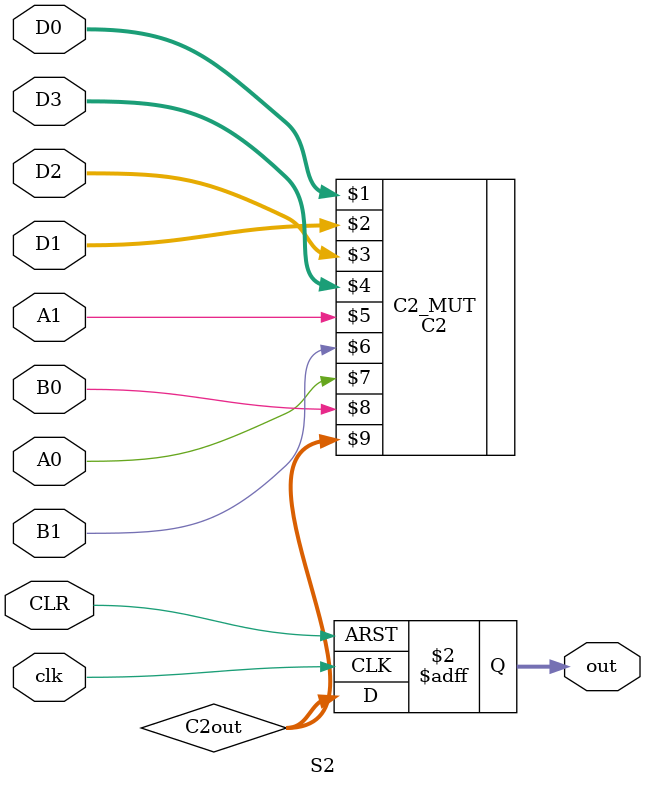
<source format=v>
`timescale 1ps/1ps
module S2 (
    D0,
    D1,
    D2,
    D3,
    A1,
    B1,
    A0,
    B0,
    CLR,
    clk,
    out
);
    parameter size = 5;

    input clk;
    input [size-1:0]D0;
    input [size-1:0]D1;
    input [size-1:0]D2;
    input [size-1:0]D3;
    input A1, B1, A0, B0, CLR;

    output reg [size - 1:0] out;

    wire [size-1:0]C2out;

    C2 #(size) C2_MUT(D0,D1,D2,D3,A1,B1,A0,B0,C2out);

    always @(posedge clk, posedge CLR) begin
        if(CLR) begin
            out = {size{1'b0}};
        end
        else begin
            out = C2out;
        end
        
    end
    
endmodule
</source>
